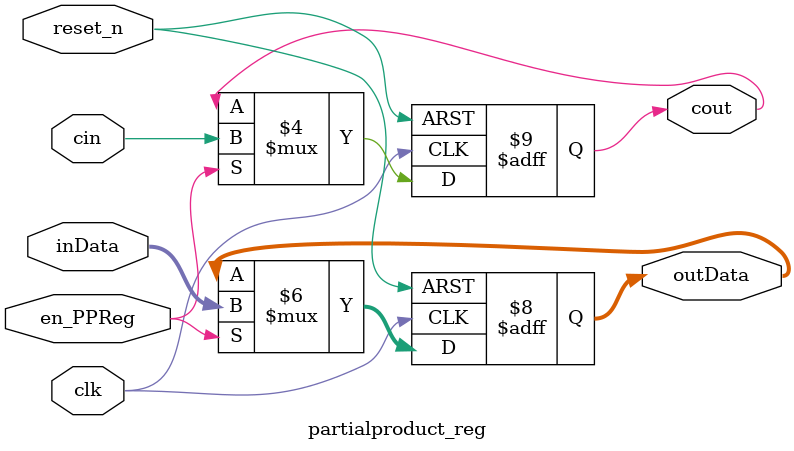
<source format=v>
`timescale 1ns / 1ps

module partialproduct_reg #(parameter DATA_WIDTH = 8)(
  input wire clk,                                // Clock signal
  input wire reset_n,                            // Active-low reset
  input wire en_PPReg,                           // Enable signal
  input wire [(DATA_WIDTH*2)-1:0] inData,        // Input data
  input wire cin,                                // Carry input
  output reg [(DATA_WIDTH*2)-1:0] outData,       // Output data
  output reg cout                                // Carry output
);

always @(posedge clk or negedge reset_n) begin
  if (!reset_n) begin
    // Reset outputs to high-impedance state
    outData <= {((DATA_WIDTH*2)){1'bz}};
    cout <= 1'bz;
  end else if (en_PPReg == 1'b1) begin
    // Update outputs when enabled
    outData <= inData;
    cout <= cin;
  end
end

endmodule

</source>
